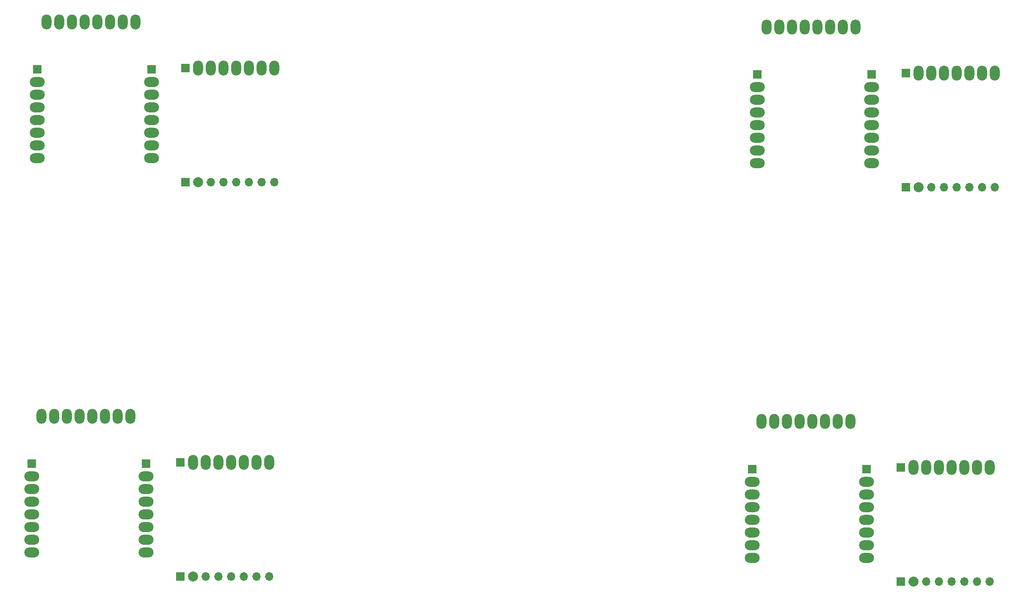
<source format=gbr>
%TF.GenerationSoftware,KiCad,Pcbnew,(6.0.5)*%
%TF.CreationDate,2022-08-25T10:54:44+07:00*%
%TF.ProjectId,test1,74657374-312e-46b6-9963-61645f706362,rev?*%
%TF.SameCoordinates,Original*%
%TF.FileFunction,Soldermask,Bot*%
%TF.FilePolarity,Negative*%
%FSLAX46Y46*%
G04 Gerber Fmt 4.6, Leading zero omitted, Abs format (unit mm)*
G04 Created by KiCad (PCBNEW (6.0.5)) date 2022-08-25 10:54:44*
%MOMM*%
%LPD*%
G01*
G04 APERTURE LIST*
%ADD10R,1.700000X1.700000*%
%ADD11O,3.000000X2.000000*%
%ADD12O,2.000000X3.000000*%
%ADD13C,2.000000*%
%ADD14O,1.700000X1.700000*%
G04 APERTURE END LIST*
D10*
%TO.C,REF\u002A\u002A*%
X203012494Y-63516494D03*
D11*
X203012494Y-66056494D03*
X203012494Y-68596494D03*
X203012494Y-71136494D03*
X203012494Y-73676494D03*
X203012494Y-76216494D03*
X203012494Y-78756494D03*
X203012494Y-81296494D03*
%TD*%
D12*
%TO.C,U1*%
X204892494Y-53991494D03*
X207432494Y-53991494D03*
X209972494Y-53991494D03*
X212512494Y-53991494D03*
X215052494Y-53991494D03*
X217592494Y-53991494D03*
X220132494Y-53991494D03*
X222672494Y-53991494D03*
%TD*%
%TO.C,U1*%
X203861494Y-133010494D03*
X206401494Y-133010494D03*
X208941494Y-133010494D03*
X211481494Y-133010494D03*
X214021494Y-133010494D03*
X216561494Y-133010494D03*
X219101494Y-133010494D03*
X221641494Y-133010494D03*
%TD*%
D10*
%TO.C,REF\u002A\u002A*%
X231689494Y-142256494D03*
D12*
X234229494Y-142256494D03*
X236769494Y-142256494D03*
X239309494Y-142256494D03*
X241849494Y-142256494D03*
X244389494Y-142256494D03*
X246929494Y-142256494D03*
X249469494Y-142256494D03*
%TD*%
D10*
%TO.C,REF\u002A\u002A*%
X231689494Y-165116494D03*
D13*
X234229494Y-165116494D03*
D14*
X236769494Y-165116494D03*
X239309494Y-165116494D03*
X241849494Y-165116494D03*
X244389494Y-165116494D03*
X246929494Y-165116494D03*
X249469494Y-165116494D03*
%TD*%
D10*
%TO.C,REF\u002A\u002A*%
X224841494Y-142535494D03*
D11*
X224841494Y-145075494D03*
X224841494Y-147615494D03*
X224841494Y-150155494D03*
X224841494Y-152695494D03*
X224841494Y-155235494D03*
X224841494Y-157775494D03*
X224841494Y-160315494D03*
%TD*%
D10*
%TO.C,REF\u002A\u002A*%
X201981494Y-142535494D03*
D11*
X201981494Y-145075494D03*
X201981494Y-147615494D03*
X201981494Y-150155494D03*
X201981494Y-152695494D03*
X201981494Y-155235494D03*
X201981494Y-157775494D03*
X201981494Y-160315494D03*
%TD*%
D10*
%TO.C,REF\u002A\u002A*%
X232720494Y-63237494D03*
D12*
X235260494Y-63237494D03*
X237800494Y-63237494D03*
X240340494Y-63237494D03*
X242880494Y-63237494D03*
X245420494Y-63237494D03*
X247960494Y-63237494D03*
X250500494Y-63237494D03*
%TD*%
D10*
%TO.C,REF\u002A\u002A*%
X232720494Y-86097494D03*
D13*
X235260494Y-86097494D03*
D14*
X237800494Y-86097494D03*
X240340494Y-86097494D03*
X242880494Y-86097494D03*
X245420494Y-86097494D03*
X247960494Y-86097494D03*
X250500494Y-86097494D03*
%TD*%
D10*
%TO.C,REF\u002A\u002A*%
X225872494Y-63516494D03*
D11*
X225872494Y-66056494D03*
X225872494Y-68596494D03*
X225872494Y-71136494D03*
X225872494Y-73676494D03*
X225872494Y-76216494D03*
X225872494Y-78756494D03*
X225872494Y-81296494D03*
%TD*%
D10*
%TO.C,REF\u002A\u002A*%
X57922000Y-141503000D03*
D11*
X57922000Y-144043000D03*
X57922000Y-146583000D03*
X57922000Y-149123000D03*
X57922000Y-151663000D03*
X57922000Y-154203000D03*
X57922000Y-156743000D03*
X57922000Y-159283000D03*
%TD*%
D12*
%TO.C,U1*%
X59802000Y-131978000D03*
X62342000Y-131978000D03*
X64882000Y-131978000D03*
X67422000Y-131978000D03*
X69962000Y-131978000D03*
X72502000Y-131978000D03*
X75042000Y-131978000D03*
X77582000Y-131978000D03*
%TD*%
D10*
%TO.C,REF\u002A\u002A*%
X87630000Y-141224000D03*
D12*
X90170000Y-141224000D03*
X92710000Y-141224000D03*
X95250000Y-141224000D03*
X97790000Y-141224000D03*
X100330000Y-141224000D03*
X102870000Y-141224000D03*
X105410000Y-141224000D03*
%TD*%
D10*
%TO.C,REF\u002A\u002A*%
X87630000Y-164084000D03*
D13*
X90170000Y-164084000D03*
D14*
X92710000Y-164084000D03*
X95250000Y-164084000D03*
X97790000Y-164084000D03*
X100330000Y-164084000D03*
X102870000Y-164084000D03*
X105410000Y-164084000D03*
%TD*%
D10*
%TO.C,REF\u002A\u002A*%
X80782000Y-141503000D03*
D11*
X80782000Y-144043000D03*
X80782000Y-146583000D03*
X80782000Y-149123000D03*
X80782000Y-151663000D03*
X80782000Y-154203000D03*
X80782000Y-156743000D03*
X80782000Y-159283000D03*
%TD*%
D14*
%TO.C,REF\u002A\u002A*%
X106441000Y-85065000D03*
X103901000Y-85065000D03*
X101361000Y-85065000D03*
X98821000Y-85065000D03*
X96281000Y-85065000D03*
X93741000Y-85065000D03*
D13*
X91201000Y-85065000D03*
D10*
X88661000Y-85065000D03*
%TD*%
D12*
%TO.C,REF\u002A\u002A*%
X106441000Y-62205000D03*
X103901000Y-62205000D03*
X101361000Y-62205000D03*
X98821000Y-62205000D03*
X96281000Y-62205000D03*
X93741000Y-62205000D03*
X91201000Y-62205000D03*
D10*
X88661000Y-62205000D03*
%TD*%
%TO.C,REF\u002A\u002A*%
X81813000Y-62484000D03*
D11*
X81813000Y-65024000D03*
X81813000Y-67564000D03*
X81813000Y-70104000D03*
X81813000Y-72644000D03*
X81813000Y-75184000D03*
X81813000Y-77724000D03*
X81813000Y-80264000D03*
%TD*%
D10*
%TO.C,REF\u002A\u002A*%
X58953000Y-62484000D03*
D11*
X58953000Y-65024000D03*
X58953000Y-67564000D03*
X58953000Y-70104000D03*
X58953000Y-72644000D03*
X58953000Y-75184000D03*
X58953000Y-77724000D03*
X58953000Y-80264000D03*
%TD*%
D12*
%TO.C,U1*%
X60833000Y-52959000D03*
X63373000Y-52959000D03*
X65913000Y-52959000D03*
X68453000Y-52959000D03*
X70993000Y-52959000D03*
X73533000Y-52959000D03*
X76073000Y-52959000D03*
X78613000Y-52959000D03*
%TD*%
M02*

</source>
